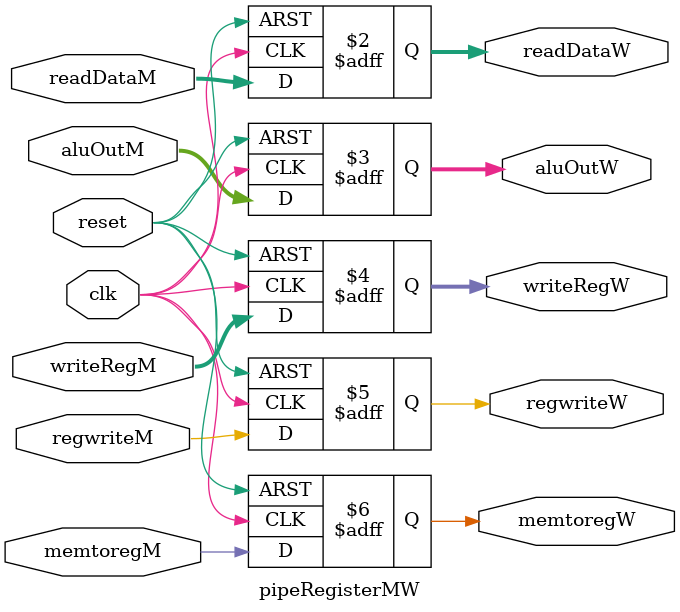
<source format=sv>
`timescale 1ns / 1ps


//Pipe register between fetch and decode
module pipeRegisterFD
              (input logic clk, reset,en, clear,
	           input logic[31:0] instrF, 
               input logic[31:0] pcplus4F,
               output logic[31:0] instrD,
               output logic[31:0] pcplus4D);

  always_ff@(posedge clk, posedge reset)
    if (reset | clear)  begin instrD <= 0; pcplus4D <= 0; end 
    else if (en)        begin instrD <= instrF; pcplus4D <= pcplus4F; end
endmodule

//Pipe register between decode and execute
module pipeRegisterDE
              (input logic clk, reset,clear,
	           input logic[31:0] source1D,source2D,
               input logic [4:0] rsD,rtD,rdD,
               input logic[31:0] signImmD,
               output logic[31:0] source1E,source2E,
               output logic[4:0] rsE,rtE,rdE,
               output logic[31:0] signImmE,
               //Control Signals
              input logic pcsrcD,
              input logic regwriteD,memtoregD,memwriteD,
              input logic[2:0] alucontrolD,
              input logic alusrcD, regdstD,
              output logic pcsrcE,
              output logic regwriteE,memtoregE,memwriteE,
              output logic[2:0] alucontrolE,
              output logic alusrcE, regdstE);
               
  always_ff@(posedge clk, posedge reset)
    if (reset | clear) begin
        source1E <= 0; source2E <= 0; 
        rsE <= 0; rtE <= 0; rdE <= 0;
        signImmE <= 0;
        //Signals
        pcsrcE <= 0; regwriteE <= 0;
        memtoregE <= 0; memwriteE <= 0;  alucontrolE <= 0;
        alusrcE <= 0; regdstE <= 0;
        end 
    else  begin
        source1E <= source1D; source2E <= source2D; 
        rsE <= rsD; rtE <= rtD; rdE <= rdD;
        signImmE <= signImmD;
        //Signals
        pcsrcE <= pcsrcD; regwriteE <= regwriteD;
        memtoregE <= memtoregD; memwriteE <= memwriteD;  alucontrolE <= alucontrolD;
        alusrcE <= alusrcD; regdstE <= regdstD;
        end
endmodule

//Pipe register between execute and memory
module pipeRegisterEM
              (input logic clk, reset,
	           input logic[31:0] aluOutE,writeDataE,
               input logic [4:0] writeRegE,
               output logic[31:0] aluOutM,writeDataM,
               output logic[4:0] writeRegM,
               //Control Signals
               input logic regwriteE,memtoregE,memwriteE,
               output logic regwriteM,memtoregM,memwriteM);
               
  always_ff@(posedge clk, posedge reset)
    if (reset) begin
        aluOutM <= 0; writeDataM <= 0;  
        writeRegM <= 0; 
        //Signals
        regwriteM <= 0; memtoregM <= 0; memwriteM <= 0;
        end 
    else  begin
        aluOutM <= aluOutE; writeDataM <= writeDataE;  
        writeRegM <= writeRegE;
        //Signals
        regwriteM <= regwriteE; memtoregM <= memtoregE; memwriteM <= memwriteE;
        end
endmodule


//Pipe register between memory and writeback
module pipeRegisterMW
              (input logic clk, reset,
	           input logic[31:0] readDataM, 
               input logic[31:0] aluOutM,
               input logic [4:0] writeRegM,
               output logic[31:0] readDataW, 
               output logic[31:0] aluOutW,
               output logic[4:0] writeRegW,
              //Control Signals
              input logic regwriteM,memtoregM,
              output logic regwriteW,memtoregW);
              
  always_ff@(posedge clk, posedge reset)
    if (reset) begin
        readDataW <= 0; aluOutW <= 0;  
        writeRegW <= 0;
        //Signals
        regwriteW <= 0; memtoregW <= 0;
        end 
    else  begin
        readDataW <= readDataM; aluOutW <= aluOutM;  
        writeRegW <= writeRegM;
        //Signals
        regwriteW <= regwriteM; memtoregW <= memtoregM; 
        end
endmodule




</source>
